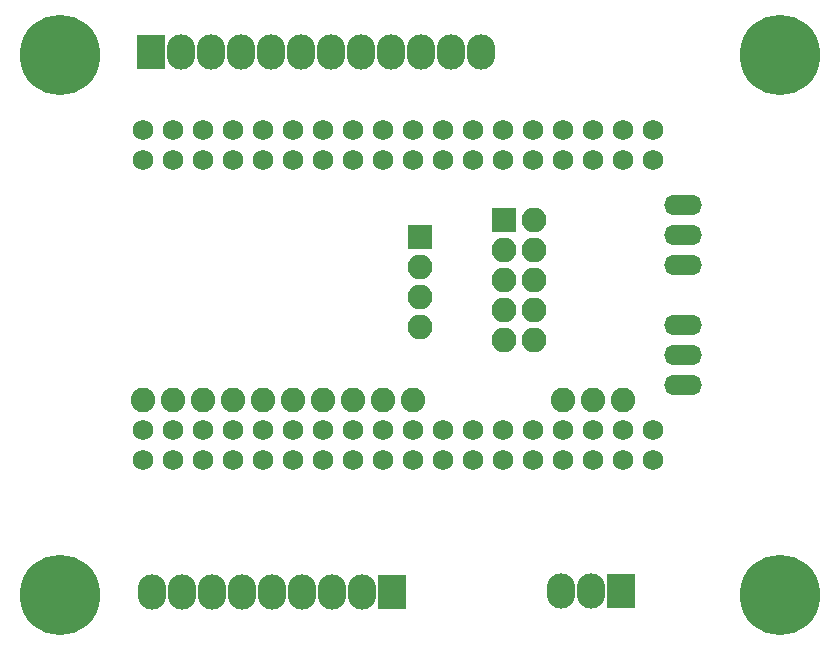
<source format=gbr>
G04 #@! TF.GenerationSoftware,KiCad,Pcbnew,(5.1.5-0)*
G04 #@! TF.CreationDate,2020-11-12T13:18:58+00:00*
G04 #@! TF.ProjectId,Strummi,53747275-6d6d-4692-9e6b-696361645f70,rev?*
G04 #@! TF.SameCoordinates,Original*
G04 #@! TF.FileFunction,Soldermask,Bot*
G04 #@! TF.FilePolarity,Negative*
%FSLAX46Y46*%
G04 Gerber Fmt 4.6, Leading zero omitted, Abs format (unit mm)*
G04 Created by KiCad (PCBNEW (5.1.5-0)) date 2020-11-12 13:18:58*
%MOMM*%
%LPD*%
G04 APERTURE LIST*
%ADD10C,6.800000*%
%ADD11O,2.400000X3.000000*%
%ADD12R,2.400000X3.000000*%
%ADD13O,3.219200X1.711200*%
%ADD14C,2.082800*%
%ADD15C,1.727200*%
%ADD16O,2.100000X2.100000*%
%ADD17R,2.100000X2.100000*%
G04 APERTURE END LIST*
D10*
X106680000Y-91440000D03*
X167640000Y-91440000D03*
X167640000Y-137160000D03*
X106680000Y-137160000D03*
D11*
X114427000Y-136906000D03*
X116967000Y-136906000D03*
X119507000Y-136906000D03*
X122047000Y-136906000D03*
X124587000Y-136906000D03*
X127127000Y-136906000D03*
X129667000Y-136906000D03*
X132207000Y-136906000D03*
D12*
X134747000Y-136906000D03*
D11*
X142303500Y-91186000D03*
X139763500Y-91186000D03*
X137223500Y-91186000D03*
X134683500Y-91186000D03*
X132143500Y-91186000D03*
X129603500Y-91186000D03*
X127063500Y-91186000D03*
X124523500Y-91186000D03*
X121983500Y-91186000D03*
X119443500Y-91186000D03*
X116903500Y-91186000D03*
D12*
X114363500Y-91186000D03*
D13*
X159441024Y-114282076D03*
X159441024Y-116822076D03*
X159441024Y-119362076D03*
X159441024Y-104122076D03*
X159441024Y-106662076D03*
X159441024Y-109202076D03*
D14*
X154343101Y-120650000D03*
X151803101Y-120650000D03*
X149263101Y-120650000D03*
D15*
X131501698Y-100311403D03*
X131501698Y-97771403D03*
X123881698Y-100311403D03*
X123881698Y-97771403D03*
X118801698Y-97771403D03*
X116261698Y-100311403D03*
X121341698Y-100311403D03*
X121341698Y-97771403D03*
X118801698Y-100311403D03*
X116261698Y-97771403D03*
X113721698Y-100311403D03*
X113721698Y-97771403D03*
X136581698Y-97771403D03*
X134041698Y-100311403D03*
X134041698Y-97771403D03*
X139121698Y-100311403D03*
X139121698Y-97771403D03*
X136581698Y-100311403D03*
X156901698Y-100311403D03*
X156901698Y-97771403D03*
X154361698Y-100311403D03*
X144201698Y-100311403D03*
X144201698Y-97771403D03*
X141661698Y-100311403D03*
X141661698Y-97771403D03*
X149281698Y-97771403D03*
X146741698Y-100311403D03*
X146741698Y-97771403D03*
X128961698Y-100311403D03*
X128961698Y-97771403D03*
X126421698Y-100311403D03*
X126421698Y-97771403D03*
X154361698Y-97771403D03*
X151821698Y-100311403D03*
X151821698Y-97771403D03*
X149281698Y-100311403D03*
D14*
X136563101Y-120650000D03*
X134023101Y-120650000D03*
X131483101Y-120650000D03*
X128943101Y-120650000D03*
X126403101Y-120650000D03*
X123863101Y-120650000D03*
X121323101Y-120650000D03*
X118783101Y-120650000D03*
X116243101Y-120650000D03*
X113703101Y-120650000D03*
D15*
X156912279Y-125700823D03*
X156912279Y-123160823D03*
X154372279Y-125700823D03*
X154372279Y-123160823D03*
X151832279Y-125700823D03*
X151832279Y-123160823D03*
X149292279Y-125700823D03*
X149292279Y-123160823D03*
X146752279Y-125700823D03*
X146752279Y-123160823D03*
X144212279Y-125700823D03*
X144212279Y-123160823D03*
X141672279Y-125700823D03*
X141672279Y-123160823D03*
X139132279Y-125700823D03*
X139132279Y-123160823D03*
X136592279Y-125700823D03*
X136592279Y-123160823D03*
X134052279Y-125700823D03*
X134052279Y-123160823D03*
X131512279Y-125700823D03*
X131512279Y-123160823D03*
X128972279Y-125700823D03*
X128972279Y-123160823D03*
X126432279Y-125700823D03*
X126432279Y-123160823D03*
X123892279Y-125700823D03*
X123892279Y-123160823D03*
X121352279Y-125700823D03*
X121352279Y-123160823D03*
X118812279Y-125700823D03*
X118812279Y-123160823D03*
X116272279Y-125700823D03*
X116272279Y-123160823D03*
X113732279Y-125700823D03*
X113732279Y-123160823D03*
D16*
X146812000Y-115506500D03*
X144272000Y-115506500D03*
X146812000Y-112966500D03*
X144272000Y-112966500D03*
X146812000Y-110426500D03*
X144272000Y-110426500D03*
X146812000Y-107886500D03*
X144272000Y-107886500D03*
X146812000Y-105346500D03*
D17*
X144272000Y-105346500D03*
D16*
X137160000Y-114427000D03*
X137160000Y-111887000D03*
X137160000Y-109347000D03*
D17*
X137160000Y-106807000D03*
D11*
X149098000Y-136779000D03*
X151638000Y-136779000D03*
D12*
X154178000Y-136779000D03*
M02*

</source>
